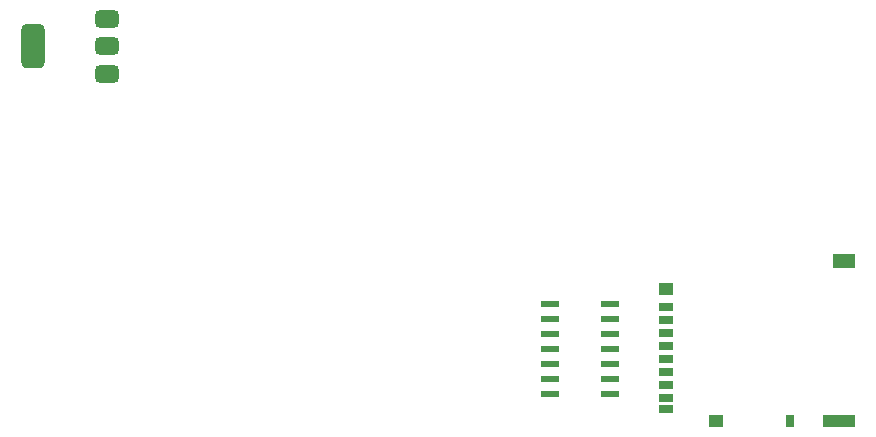
<source format=gbr>
%TF.GenerationSoftware,KiCad,Pcbnew,8.0.2*%
%TF.CreationDate,2024-06-06T11:53:52+07:00*%
%TF.ProjectId,IncubatorTesterV6,496e6375-6261-4746-9f72-546573746572,rev?*%
%TF.SameCoordinates,Original*%
%TF.FileFunction,Paste,Top*%
%TF.FilePolarity,Positive*%
%FSLAX46Y46*%
G04 Gerber Fmt 4.6, Leading zero omitted, Abs format (unit mm)*
G04 Created by KiCad (PCBNEW 8.0.2) date 2024-06-06 11:53:52*
%MOMM*%
%LPD*%
G01*
G04 APERTURE LIST*
G04 Aperture macros list*
%AMRoundRect*
0 Rectangle with rounded corners*
0 $1 Rounding radius*
0 $2 $3 $4 $5 $6 $7 $8 $9 X,Y pos of 4 corners*
0 Add a 4 corners polygon primitive as box body*
4,1,4,$2,$3,$4,$5,$6,$7,$8,$9,$2,$3,0*
0 Add four circle primitives for the rounded corners*
1,1,$1+$1,$2,$3*
1,1,$1+$1,$4,$5*
1,1,$1+$1,$6,$7*
1,1,$1+$1,$8,$9*
0 Add four rect primitives between the rounded corners*
20,1,$1+$1,$2,$3,$4,$5,0*
20,1,$1+$1,$4,$5,$6,$7,0*
20,1,$1+$1,$6,$7,$8,$9,0*
20,1,$1+$1,$8,$9,$2,$3,0*%
G04 Aperture macros list end*
%ADD10R,1.600200X0.558800*%
%ADD11R,1.200000X0.700000*%
%ADD12R,0.800000X1.000000*%
%ADD13R,1.200000X1.000000*%
%ADD14R,2.800000X1.000000*%
%ADD15R,1.900000X1.300000*%
%ADD16RoundRect,0.375000X0.625000X0.375000X-0.625000X0.375000X-0.625000X-0.375000X0.625000X-0.375000X0*%
%ADD17RoundRect,0.500000X0.500000X1.400000X-0.500000X1.400000X-0.500000X-1.400000X0.500000X-1.400000X0*%
G04 APERTURE END LIST*
D10*
%TO.C,U4*%
X176726315Y-126279685D03*
X176726315Y-127549685D03*
X176726315Y-128819685D03*
X176726315Y-130089685D03*
X176726315Y-131359685D03*
X176726315Y-132629685D03*
X176726315Y-133899685D03*
X181806315Y-133899685D03*
X181806315Y-132629685D03*
X181806315Y-131359685D03*
X181806315Y-130089685D03*
X181806315Y-128819685D03*
X181806315Y-127549685D03*
X181806315Y-126279685D03*
%TD*%
D11*
%TO.C,J13*%
X186525000Y-126520000D03*
X186525000Y-127620000D03*
X186525000Y-128720000D03*
X186525000Y-129820000D03*
X186525000Y-130920000D03*
X186525000Y-132020000D03*
X186525000Y-133120000D03*
X186525000Y-134220000D03*
D12*
X197025000Y-136120000D03*
D11*
X186525000Y-135170000D03*
D13*
X190825000Y-136120000D03*
X186525000Y-124970000D03*
D14*
X201175000Y-136120000D03*
D15*
X201625000Y-122620000D03*
%TD*%
D16*
%TO.C,U2*%
X139236315Y-106735685D03*
X139236315Y-104435685D03*
D17*
X132936315Y-104435685D03*
D16*
X139236315Y-102135685D03*
%TD*%
M02*

</source>
